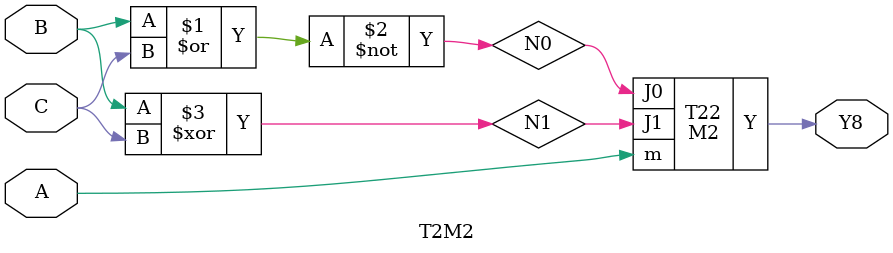
<source format=v>
module M2 (input wire J0, J1, m, output wire  Y);
  assign Y= m ? J1 : J0;
endmodule

module M4(input wire J0, J1, J2, J3, m0, m1, output wire Y1);

  wire s0, s1;

  M2 u0(J0, J1, m0, s0);
  M2 u1(J2, J3, m0, s1);
  M2 u2(s0, s1, m1, Y1);
endmodule

module M8 (input wire J0, J1, J2, J3, J4, J5, J6, J7, m0, m1, m2, output wire Y2 );
  wire s2, s3;

  M4 u3(J0, J1, J2, J3, m0, m1, s2);
  M4 u4(J4, J5, J6, J7, m0, m1, s3);
  M2 u5(s2, s3, m2, Y2);

endmodule

module T1M8(input wire A, B, C, output wire Y3);

  wire S, N;
  assign S = 1;
  assign N = 0;

  M8 T18(N, S, S, N, S, N, N, S, A, B, C, Y3);
endmodule


module T1M4(input wire A, B, C, output wire Y4);
  wire SC, NC;

  assign SC = C;
  assign NC = ~C;

  M4 T14(SC, NC, NC, SC, A, B, Y4);
endmodule


module T1M2(input wire A, B, C, output wire Y5);

  wire n0, n1;
  assign n0 = (B^C);
  assign n1 = ~(B^C);

  M2 T12(n0, n1, A, Y5);
endmodule

module T2M8(input wire A, B, C, output wire Y6);

  wire s, n;
  assign s = 1;
  assign n = 0;

  M8 T28(s, n, n, n, n, s, s, n, A, B, C, Y6);
endmodule

module T2M4(input wire A, B, C, output wire Y7);
  wire G, CS, CN;
  assign G = 0;
  assign CS = C;
  assign CN = ~C;

  M4 T24(CN, G, CS, CN, A, B, Y7);
endmodule

module T2M2(input wire A, B, C, output wire Y8);

  wire N0, N1;
  assign N0 = ~(B|C);
  assign N1 = (B^C);

  M2 T22(N0, N1, A, Y8);
endmodule

</source>
